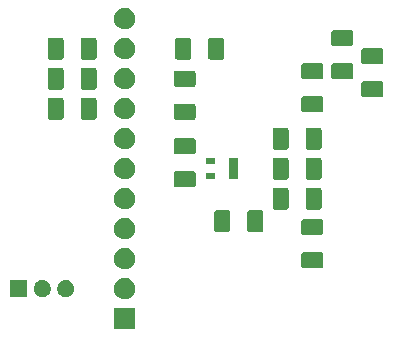
<source format=gbr>
G04 #@! TF.GenerationSoftware,KiCad,Pcbnew,(5.1.5)-3*
G04 #@! TF.CreationDate,2020-03-14T15:22:24+01:00*
G04 #@! TF.ProjectId,SesnorBoard,5365736e-6f72-4426-9f61-72642e6b6963,rev?*
G04 #@! TF.SameCoordinates,Original*
G04 #@! TF.FileFunction,Soldermask,Bot*
G04 #@! TF.FilePolarity,Negative*
%FSLAX46Y46*%
G04 Gerber Fmt 4.6, Leading zero omitted, Abs format (unit mm)*
G04 Created by KiCad (PCBNEW (5.1.5)-3) date 2020-03-14 15:22:24*
%MOMM*%
%LPD*%
G04 APERTURE LIST*
%ADD10C,0.100000*%
G04 APERTURE END LIST*
D10*
G36*
X58051000Y284214000D02*
G01*
X56249000Y284214000D01*
X56249000Y286016000D01*
X58051000Y286016000D01*
X58051000Y284214000D01*
G37*
G36*
X57263512Y288551073D02*
G01*
X57412812Y288521376D01*
X57576784Y288453456D01*
X57724354Y288354853D01*
X57849853Y288229354D01*
X57948456Y288081784D01*
X58016376Y287917812D01*
X58051000Y287743741D01*
X58051000Y287566259D01*
X58016376Y287392188D01*
X57948456Y287228216D01*
X57849853Y287080646D01*
X57724354Y286955147D01*
X57576784Y286856544D01*
X57412812Y286788624D01*
X57263512Y286758927D01*
X57238742Y286754000D01*
X57061258Y286754000D01*
X57036488Y286758927D01*
X56887188Y286788624D01*
X56723216Y286856544D01*
X56575646Y286955147D01*
X56450147Y287080646D01*
X56351544Y287228216D01*
X56283624Y287392188D01*
X56249000Y287566259D01*
X56249000Y287743741D01*
X56283624Y287917812D01*
X56351544Y288081784D01*
X56450147Y288229354D01*
X56575646Y288354853D01*
X56723216Y288453456D01*
X56887188Y288521376D01*
X57036488Y288551073D01*
X57061258Y288556000D01*
X57238742Y288556000D01*
X57263512Y288551073D01*
G37*
G36*
X50376766Y288353101D02*
G01*
X50508888Y288298374D01*
X50508890Y288298373D01*
X50627798Y288218921D01*
X50728921Y288117798D01*
X50728922Y288117796D01*
X50808374Y287998888D01*
X50863101Y287866766D01*
X50891000Y287726506D01*
X50891000Y287583494D01*
X50863101Y287443234D01*
X50808374Y287311112D01*
X50808373Y287311110D01*
X50728921Y287192202D01*
X50627798Y287091079D01*
X50508890Y287011627D01*
X50508889Y287011626D01*
X50508888Y287011626D01*
X50376766Y286956899D01*
X50236506Y286929000D01*
X50093494Y286929000D01*
X49953234Y286956899D01*
X49821112Y287011626D01*
X49821111Y287011626D01*
X49821110Y287011627D01*
X49702202Y287091079D01*
X49601079Y287192202D01*
X49521627Y287311110D01*
X49521626Y287311112D01*
X49466899Y287443234D01*
X49439000Y287583494D01*
X49439000Y287726506D01*
X49466899Y287866766D01*
X49521626Y287998888D01*
X49601078Y288117796D01*
X49601079Y288117798D01*
X49702202Y288218921D01*
X49821110Y288298373D01*
X49821112Y288298374D01*
X49953234Y288353101D01*
X50093494Y288381000D01*
X50236506Y288381000D01*
X50376766Y288353101D01*
G37*
G36*
X52376766Y288353101D02*
G01*
X52508888Y288298374D01*
X52508890Y288298373D01*
X52627798Y288218921D01*
X52728921Y288117798D01*
X52728922Y288117796D01*
X52808374Y287998888D01*
X52863101Y287866766D01*
X52891000Y287726506D01*
X52891000Y287583494D01*
X52863101Y287443234D01*
X52808374Y287311112D01*
X52808373Y287311110D01*
X52728921Y287192202D01*
X52627798Y287091079D01*
X52508890Y287011627D01*
X52508889Y287011626D01*
X52508888Y287011626D01*
X52376766Y286956899D01*
X52236506Y286929000D01*
X52093494Y286929000D01*
X51953234Y286956899D01*
X51821112Y287011626D01*
X51821111Y287011626D01*
X51821110Y287011627D01*
X51702202Y287091079D01*
X51601079Y287192202D01*
X51521627Y287311110D01*
X51521626Y287311112D01*
X51466899Y287443234D01*
X51439000Y287583494D01*
X51439000Y287726506D01*
X51466899Y287866766D01*
X51521626Y287998888D01*
X51601078Y288117796D01*
X51601079Y288117798D01*
X51702202Y288218921D01*
X51821110Y288298373D01*
X51821112Y288298374D01*
X51953234Y288353101D01*
X52093494Y288381000D01*
X52236506Y288381000D01*
X52376766Y288353101D01*
G37*
G36*
X48891000Y286929000D02*
G01*
X47439000Y286929000D01*
X47439000Y288381000D01*
X48891000Y288381000D01*
X48891000Y286929000D01*
G37*
G36*
X57263512Y291091073D02*
G01*
X57412812Y291061376D01*
X57576784Y290993456D01*
X57724354Y290894853D01*
X57849853Y290769354D01*
X57948456Y290621784D01*
X58016376Y290457812D01*
X58051000Y290283741D01*
X58051000Y290106259D01*
X58016376Y289932188D01*
X57948456Y289768216D01*
X57849853Y289620646D01*
X57724354Y289495147D01*
X57576784Y289396544D01*
X57412812Y289328624D01*
X57263512Y289298927D01*
X57238742Y289294000D01*
X57061258Y289294000D01*
X57036488Y289298927D01*
X56887188Y289328624D01*
X56723216Y289396544D01*
X56575646Y289495147D01*
X56450147Y289620646D01*
X56351544Y289768216D01*
X56283624Y289932188D01*
X56249000Y290106259D01*
X56249000Y290283741D01*
X56283624Y290457812D01*
X56351544Y290621784D01*
X56450147Y290769354D01*
X56575646Y290894853D01*
X56723216Y290993456D01*
X56887188Y291061376D01*
X57036488Y291091073D01*
X57061258Y291096000D01*
X57238742Y291096000D01*
X57263512Y291091073D01*
G37*
G36*
X73793604Y290736653D02*
G01*
X73830144Y290725568D01*
X73863821Y290707567D01*
X73893341Y290683341D01*
X73917567Y290653821D01*
X73935568Y290620144D01*
X73946653Y290583604D01*
X73951000Y290539462D01*
X73951000Y289590538D01*
X73946653Y289546396D01*
X73935568Y289509856D01*
X73917567Y289476179D01*
X73893341Y289446659D01*
X73863821Y289422433D01*
X73830144Y289404432D01*
X73793604Y289393347D01*
X73749462Y289389000D01*
X72300538Y289389000D01*
X72256396Y289393347D01*
X72219856Y289404432D01*
X72186179Y289422433D01*
X72156659Y289446659D01*
X72132433Y289476179D01*
X72114432Y289509856D01*
X72103347Y289546396D01*
X72099000Y289590538D01*
X72099000Y290539462D01*
X72103347Y290583604D01*
X72114432Y290620144D01*
X72132433Y290653821D01*
X72156659Y290683341D01*
X72186179Y290707567D01*
X72219856Y290725568D01*
X72256396Y290736653D01*
X72300538Y290741000D01*
X73749462Y290741000D01*
X73793604Y290736653D01*
G37*
G36*
X57263512Y293631073D02*
G01*
X57412812Y293601376D01*
X57576784Y293533456D01*
X57724354Y293434853D01*
X57849853Y293309354D01*
X57948456Y293161784D01*
X58016376Y292997812D01*
X58051000Y292823741D01*
X58051000Y292646259D01*
X58016376Y292472188D01*
X57948456Y292308216D01*
X57849853Y292160646D01*
X57724354Y292035147D01*
X57576784Y291936544D01*
X57412812Y291868624D01*
X57263512Y291838927D01*
X57238742Y291834000D01*
X57061258Y291834000D01*
X57036488Y291838927D01*
X56887188Y291868624D01*
X56723216Y291936544D01*
X56575646Y292035147D01*
X56450147Y292160646D01*
X56351544Y292308216D01*
X56283624Y292472188D01*
X56249000Y292646259D01*
X56249000Y292823741D01*
X56283624Y292997812D01*
X56351544Y293161784D01*
X56450147Y293309354D01*
X56575646Y293434853D01*
X56723216Y293533456D01*
X56887188Y293601376D01*
X57036488Y293631073D01*
X57061258Y293636000D01*
X57238742Y293636000D01*
X57263512Y293631073D01*
G37*
G36*
X73793604Y293536653D02*
G01*
X73830144Y293525568D01*
X73863821Y293507567D01*
X73893341Y293483341D01*
X73917567Y293453821D01*
X73935568Y293420144D01*
X73946653Y293383604D01*
X73951000Y293339462D01*
X73951000Y292390538D01*
X73946653Y292346396D01*
X73935568Y292309856D01*
X73917567Y292276179D01*
X73893341Y292246659D01*
X73863821Y292222433D01*
X73830144Y292204432D01*
X73793604Y292193347D01*
X73749462Y292189000D01*
X72300538Y292189000D01*
X72256396Y292193347D01*
X72219856Y292204432D01*
X72186179Y292222433D01*
X72156659Y292246659D01*
X72132433Y292276179D01*
X72114432Y292309856D01*
X72103347Y292346396D01*
X72099000Y292390538D01*
X72099000Y293339462D01*
X72103347Y293383604D01*
X72114432Y293420144D01*
X72132433Y293453821D01*
X72156659Y293483341D01*
X72186179Y293507567D01*
X72219856Y293525568D01*
X72256396Y293536653D01*
X72300538Y293541000D01*
X73749462Y293541000D01*
X73793604Y293536653D01*
G37*
G36*
X68723604Y294291653D02*
G01*
X68760144Y294280568D01*
X68793821Y294262567D01*
X68823341Y294238341D01*
X68847567Y294208821D01*
X68865568Y294175144D01*
X68876653Y294138604D01*
X68881000Y294094462D01*
X68881000Y292645538D01*
X68876653Y292601396D01*
X68865568Y292564856D01*
X68847567Y292531179D01*
X68823341Y292501659D01*
X68793821Y292477433D01*
X68760144Y292459432D01*
X68723604Y292448347D01*
X68679462Y292444000D01*
X67730538Y292444000D01*
X67686396Y292448347D01*
X67649856Y292459432D01*
X67616179Y292477433D01*
X67586659Y292501659D01*
X67562433Y292531179D01*
X67544432Y292564856D01*
X67533347Y292601396D01*
X67529000Y292645538D01*
X67529000Y294094462D01*
X67533347Y294138604D01*
X67544432Y294175144D01*
X67562433Y294208821D01*
X67586659Y294238341D01*
X67616179Y294262567D01*
X67649856Y294280568D01*
X67686396Y294291653D01*
X67730538Y294296000D01*
X68679462Y294296000D01*
X68723604Y294291653D01*
G37*
G36*
X65923604Y294291653D02*
G01*
X65960144Y294280568D01*
X65993821Y294262567D01*
X66023341Y294238341D01*
X66047567Y294208821D01*
X66065568Y294175144D01*
X66076653Y294138604D01*
X66081000Y294094462D01*
X66081000Y292645538D01*
X66076653Y292601396D01*
X66065568Y292564856D01*
X66047567Y292531179D01*
X66023341Y292501659D01*
X65993821Y292477433D01*
X65960144Y292459432D01*
X65923604Y292448347D01*
X65879462Y292444000D01*
X64930538Y292444000D01*
X64886396Y292448347D01*
X64849856Y292459432D01*
X64816179Y292477433D01*
X64786659Y292501659D01*
X64762433Y292531179D01*
X64744432Y292564856D01*
X64733347Y292601396D01*
X64729000Y292645538D01*
X64729000Y294094462D01*
X64733347Y294138604D01*
X64744432Y294175144D01*
X64762433Y294208821D01*
X64786659Y294238341D01*
X64816179Y294262567D01*
X64849856Y294280568D01*
X64886396Y294291653D01*
X64930538Y294296000D01*
X65879462Y294296000D01*
X65923604Y294291653D01*
G37*
G36*
X70873604Y296196653D02*
G01*
X70910144Y296185568D01*
X70943821Y296167567D01*
X70973341Y296143341D01*
X70997567Y296113821D01*
X71015568Y296080144D01*
X71026653Y296043604D01*
X71031000Y295999462D01*
X71031000Y294550538D01*
X71026653Y294506396D01*
X71015568Y294469856D01*
X70997567Y294436179D01*
X70973341Y294406659D01*
X70943821Y294382433D01*
X70910144Y294364432D01*
X70873604Y294353347D01*
X70829462Y294349000D01*
X69880538Y294349000D01*
X69836396Y294353347D01*
X69799856Y294364432D01*
X69766179Y294382433D01*
X69736659Y294406659D01*
X69712433Y294436179D01*
X69694432Y294469856D01*
X69683347Y294506396D01*
X69679000Y294550538D01*
X69679000Y295999462D01*
X69683347Y296043604D01*
X69694432Y296080144D01*
X69712433Y296113821D01*
X69736659Y296143341D01*
X69766179Y296167567D01*
X69799856Y296185568D01*
X69836396Y296196653D01*
X69880538Y296201000D01*
X70829462Y296201000D01*
X70873604Y296196653D01*
G37*
G36*
X73673604Y296196653D02*
G01*
X73710144Y296185568D01*
X73743821Y296167567D01*
X73773341Y296143341D01*
X73797567Y296113821D01*
X73815568Y296080144D01*
X73826653Y296043604D01*
X73831000Y295999462D01*
X73831000Y294550538D01*
X73826653Y294506396D01*
X73815568Y294469856D01*
X73797567Y294436179D01*
X73773341Y294406659D01*
X73743821Y294382433D01*
X73710144Y294364432D01*
X73673604Y294353347D01*
X73629462Y294349000D01*
X72680538Y294349000D01*
X72636396Y294353347D01*
X72599856Y294364432D01*
X72566179Y294382433D01*
X72536659Y294406659D01*
X72512433Y294436179D01*
X72494432Y294469856D01*
X72483347Y294506396D01*
X72479000Y294550538D01*
X72479000Y295999462D01*
X72483347Y296043604D01*
X72494432Y296080144D01*
X72512433Y296113821D01*
X72536659Y296143341D01*
X72566179Y296167567D01*
X72599856Y296185568D01*
X72636396Y296196653D01*
X72680538Y296201000D01*
X73629462Y296201000D01*
X73673604Y296196653D01*
G37*
G36*
X57263512Y296171073D02*
G01*
X57412812Y296141376D01*
X57576784Y296073456D01*
X57724354Y295974853D01*
X57849853Y295849354D01*
X57948456Y295701784D01*
X58016376Y295537812D01*
X58051000Y295363741D01*
X58051000Y295186259D01*
X58016376Y295012188D01*
X57948456Y294848216D01*
X57849853Y294700646D01*
X57724354Y294575147D01*
X57576784Y294476544D01*
X57412812Y294408624D01*
X57263512Y294378927D01*
X57238742Y294374000D01*
X57061258Y294374000D01*
X57036488Y294378927D01*
X56887188Y294408624D01*
X56723216Y294476544D01*
X56575646Y294575147D01*
X56450147Y294700646D01*
X56351544Y294848216D01*
X56283624Y295012188D01*
X56249000Y295186259D01*
X56249000Y295363741D01*
X56283624Y295537812D01*
X56351544Y295701784D01*
X56450147Y295849354D01*
X56575646Y295974853D01*
X56723216Y296073456D01*
X56887188Y296141376D01*
X57036488Y296171073D01*
X57061258Y296176000D01*
X57238742Y296176000D01*
X57263512Y296171073D01*
G37*
G36*
X62998604Y297591653D02*
G01*
X63035144Y297580568D01*
X63068821Y297562567D01*
X63098341Y297538341D01*
X63122567Y297508821D01*
X63140568Y297475144D01*
X63151653Y297438604D01*
X63156000Y297394462D01*
X63156000Y296445538D01*
X63151653Y296401396D01*
X63140568Y296364856D01*
X63122567Y296331179D01*
X63098341Y296301659D01*
X63068821Y296277433D01*
X63035144Y296259432D01*
X62998604Y296248347D01*
X62954462Y296244000D01*
X61505538Y296244000D01*
X61461396Y296248347D01*
X61424856Y296259432D01*
X61391179Y296277433D01*
X61361659Y296301659D01*
X61337433Y296331179D01*
X61319432Y296364856D01*
X61308347Y296401396D01*
X61304000Y296445538D01*
X61304000Y297394462D01*
X61308347Y297438604D01*
X61319432Y297475144D01*
X61337433Y297508821D01*
X61361659Y297538341D01*
X61391179Y297562567D01*
X61424856Y297580568D01*
X61461396Y297591653D01*
X61505538Y297596000D01*
X62954462Y297596000D01*
X62998604Y297591653D01*
G37*
G36*
X73673604Y298736653D02*
G01*
X73710144Y298725568D01*
X73743821Y298707567D01*
X73773341Y298683341D01*
X73797567Y298653821D01*
X73815568Y298620144D01*
X73826653Y298583604D01*
X73831000Y298539462D01*
X73831000Y297090538D01*
X73826653Y297046396D01*
X73815568Y297009856D01*
X73797567Y296976179D01*
X73773341Y296946659D01*
X73743821Y296922433D01*
X73710144Y296904432D01*
X73673604Y296893347D01*
X73629462Y296889000D01*
X72680538Y296889000D01*
X72636396Y296893347D01*
X72599856Y296904432D01*
X72566179Y296922433D01*
X72536659Y296946659D01*
X72512433Y296976179D01*
X72494432Y297009856D01*
X72483347Y297046396D01*
X72479000Y297090538D01*
X72479000Y298539462D01*
X72483347Y298583604D01*
X72494432Y298620144D01*
X72512433Y298653821D01*
X72536659Y298683341D01*
X72566179Y298707567D01*
X72599856Y298725568D01*
X72636396Y298736653D01*
X72680538Y298741000D01*
X73629462Y298741000D01*
X73673604Y298736653D01*
G37*
G36*
X70873604Y298736653D02*
G01*
X70910144Y298725568D01*
X70943821Y298707567D01*
X70973341Y298683341D01*
X70997567Y298653821D01*
X71015568Y298620144D01*
X71026653Y298583604D01*
X71031000Y298539462D01*
X71031000Y297090538D01*
X71026653Y297046396D01*
X71015568Y297009856D01*
X70997567Y296976179D01*
X70973341Y296946659D01*
X70943821Y296922433D01*
X70910144Y296904432D01*
X70873604Y296893347D01*
X70829462Y296889000D01*
X69880538Y296889000D01*
X69836396Y296893347D01*
X69799856Y296904432D01*
X69766179Y296922433D01*
X69736659Y296946659D01*
X69712433Y296976179D01*
X69694432Y297009856D01*
X69683347Y297046396D01*
X69679000Y297090538D01*
X69679000Y298539462D01*
X69683347Y298583604D01*
X69694432Y298620144D01*
X69712433Y298653821D01*
X69736659Y298683341D01*
X69766179Y298707567D01*
X69799856Y298725568D01*
X69836396Y298736653D01*
X69880538Y298741000D01*
X70829462Y298741000D01*
X70873604Y298736653D01*
G37*
G36*
X57263512Y298711073D02*
G01*
X57412812Y298681376D01*
X57576784Y298613456D01*
X57724354Y298514853D01*
X57849853Y298389354D01*
X57948456Y298241784D01*
X58016376Y298077812D01*
X58051000Y297903741D01*
X58051000Y297726259D01*
X58016376Y297552188D01*
X57948456Y297388216D01*
X57849853Y297240646D01*
X57724354Y297115147D01*
X57576784Y297016544D01*
X57412812Y296948624D01*
X57263512Y296918927D01*
X57238742Y296914000D01*
X57061258Y296914000D01*
X57036488Y296918927D01*
X56887188Y296948624D01*
X56723216Y297016544D01*
X56575646Y297115147D01*
X56450147Y297240646D01*
X56351544Y297388216D01*
X56283624Y297552188D01*
X56249000Y297726259D01*
X56249000Y297903741D01*
X56283624Y298077812D01*
X56351544Y298241784D01*
X56450147Y298389354D01*
X56575646Y298514853D01*
X56723216Y298613456D01*
X56887188Y298681376D01*
X57036488Y298711073D01*
X57061258Y298716000D01*
X57238742Y298716000D01*
X57263512Y298711073D01*
G37*
G36*
X64831000Y296914000D02*
G01*
X64079000Y296914000D01*
X64079000Y297416000D01*
X64831000Y297416000D01*
X64831000Y296914000D01*
G37*
G36*
X66731000Y296914000D02*
G01*
X65979000Y296914000D01*
X65979000Y298716000D01*
X66731000Y298716000D01*
X66731000Y296914000D01*
G37*
G36*
X64831000Y298214000D02*
G01*
X64079000Y298214000D01*
X64079000Y298716000D01*
X64831000Y298716000D01*
X64831000Y298214000D01*
G37*
G36*
X62998604Y300391653D02*
G01*
X63035144Y300380568D01*
X63068821Y300362567D01*
X63098341Y300338341D01*
X63122567Y300308821D01*
X63140568Y300275144D01*
X63151653Y300238604D01*
X63156000Y300194462D01*
X63156000Y299245538D01*
X63151653Y299201396D01*
X63140568Y299164856D01*
X63122567Y299131179D01*
X63098341Y299101659D01*
X63068821Y299077433D01*
X63035144Y299059432D01*
X62998604Y299048347D01*
X62954462Y299044000D01*
X61505538Y299044000D01*
X61461396Y299048347D01*
X61424856Y299059432D01*
X61391179Y299077433D01*
X61361659Y299101659D01*
X61337433Y299131179D01*
X61319432Y299164856D01*
X61308347Y299201396D01*
X61304000Y299245538D01*
X61304000Y300194462D01*
X61308347Y300238604D01*
X61319432Y300275144D01*
X61337433Y300308821D01*
X61361659Y300338341D01*
X61391179Y300362567D01*
X61424856Y300380568D01*
X61461396Y300391653D01*
X61505538Y300396000D01*
X62954462Y300396000D01*
X62998604Y300391653D01*
G37*
G36*
X70873604Y301276653D02*
G01*
X70910144Y301265568D01*
X70943821Y301247567D01*
X70973341Y301223341D01*
X70997567Y301193821D01*
X71015568Y301160144D01*
X71026653Y301123604D01*
X71031000Y301079462D01*
X71031000Y299630538D01*
X71026653Y299586396D01*
X71015568Y299549856D01*
X70997567Y299516179D01*
X70973341Y299486659D01*
X70943821Y299462433D01*
X70910144Y299444432D01*
X70873604Y299433347D01*
X70829462Y299429000D01*
X69880538Y299429000D01*
X69836396Y299433347D01*
X69799856Y299444432D01*
X69766179Y299462433D01*
X69736659Y299486659D01*
X69712433Y299516179D01*
X69694432Y299549856D01*
X69683347Y299586396D01*
X69679000Y299630538D01*
X69679000Y301079462D01*
X69683347Y301123604D01*
X69694432Y301160144D01*
X69712433Y301193821D01*
X69736659Y301223341D01*
X69766179Y301247567D01*
X69799856Y301265568D01*
X69836396Y301276653D01*
X69880538Y301281000D01*
X70829462Y301281000D01*
X70873604Y301276653D01*
G37*
G36*
X73673604Y301276653D02*
G01*
X73710144Y301265568D01*
X73743821Y301247567D01*
X73773341Y301223341D01*
X73797567Y301193821D01*
X73815568Y301160144D01*
X73826653Y301123604D01*
X73831000Y301079462D01*
X73831000Y299630538D01*
X73826653Y299586396D01*
X73815568Y299549856D01*
X73797567Y299516179D01*
X73773341Y299486659D01*
X73743821Y299462433D01*
X73710144Y299444432D01*
X73673604Y299433347D01*
X73629462Y299429000D01*
X72680538Y299429000D01*
X72636396Y299433347D01*
X72599856Y299444432D01*
X72566179Y299462433D01*
X72536659Y299486659D01*
X72512433Y299516179D01*
X72494432Y299549856D01*
X72483347Y299586396D01*
X72479000Y299630538D01*
X72479000Y301079462D01*
X72483347Y301123604D01*
X72494432Y301160144D01*
X72512433Y301193821D01*
X72536659Y301223341D01*
X72566179Y301247567D01*
X72599856Y301265568D01*
X72636396Y301276653D01*
X72680538Y301281000D01*
X73629462Y301281000D01*
X73673604Y301276653D01*
G37*
G36*
X57263512Y301251073D02*
G01*
X57412812Y301221376D01*
X57576784Y301153456D01*
X57724354Y301054853D01*
X57849853Y300929354D01*
X57948456Y300781784D01*
X58016376Y300617812D01*
X58051000Y300443741D01*
X58051000Y300266259D01*
X58016376Y300092188D01*
X57948456Y299928216D01*
X57849853Y299780646D01*
X57724354Y299655147D01*
X57576784Y299556544D01*
X57412812Y299488624D01*
X57263512Y299458927D01*
X57238742Y299454000D01*
X57061258Y299454000D01*
X57036488Y299458927D01*
X56887188Y299488624D01*
X56723216Y299556544D01*
X56575646Y299655147D01*
X56450147Y299780646D01*
X56351544Y299928216D01*
X56283624Y300092188D01*
X56249000Y300266259D01*
X56249000Y300443741D01*
X56283624Y300617812D01*
X56351544Y300781784D01*
X56450147Y300929354D01*
X56575646Y301054853D01*
X56723216Y301153456D01*
X56887188Y301221376D01*
X57036488Y301251073D01*
X57061258Y301256000D01*
X57238742Y301256000D01*
X57263512Y301251073D01*
G37*
G36*
X62998604Y303306653D02*
G01*
X63035144Y303295568D01*
X63068821Y303277567D01*
X63098341Y303253341D01*
X63122567Y303223821D01*
X63140568Y303190144D01*
X63151653Y303153604D01*
X63156000Y303109462D01*
X63156000Y302160538D01*
X63151653Y302116396D01*
X63140568Y302079856D01*
X63122567Y302046179D01*
X63098341Y302016659D01*
X63068821Y301992433D01*
X63035144Y301974432D01*
X62998604Y301963347D01*
X62954462Y301959000D01*
X61505538Y301959000D01*
X61461396Y301963347D01*
X61424856Y301974432D01*
X61391179Y301992433D01*
X61361659Y302016659D01*
X61337433Y302046179D01*
X61319432Y302079856D01*
X61308347Y302116396D01*
X61304000Y302160538D01*
X61304000Y303109462D01*
X61308347Y303153604D01*
X61319432Y303190144D01*
X61337433Y303223821D01*
X61361659Y303253341D01*
X61391179Y303277567D01*
X61424856Y303295568D01*
X61461396Y303306653D01*
X61505538Y303311000D01*
X62954462Y303311000D01*
X62998604Y303306653D01*
G37*
G36*
X54623604Y303816653D02*
G01*
X54660144Y303805568D01*
X54693821Y303787567D01*
X54723341Y303763341D01*
X54747567Y303733821D01*
X54765568Y303700144D01*
X54776653Y303663604D01*
X54781000Y303619462D01*
X54781000Y302170538D01*
X54776653Y302126396D01*
X54765568Y302089856D01*
X54747567Y302056179D01*
X54723341Y302026659D01*
X54693821Y302002433D01*
X54660144Y301984432D01*
X54623604Y301973347D01*
X54579462Y301969000D01*
X53630538Y301969000D01*
X53586396Y301973347D01*
X53549856Y301984432D01*
X53516179Y302002433D01*
X53486659Y302026659D01*
X53462433Y302056179D01*
X53444432Y302089856D01*
X53433347Y302126396D01*
X53429000Y302170538D01*
X53429000Y303619462D01*
X53433347Y303663604D01*
X53444432Y303700144D01*
X53462433Y303733821D01*
X53486659Y303763341D01*
X53516179Y303787567D01*
X53549856Y303805568D01*
X53586396Y303816653D01*
X53630538Y303821000D01*
X54579462Y303821000D01*
X54623604Y303816653D01*
G37*
G36*
X51823604Y303816653D02*
G01*
X51860144Y303805568D01*
X51893821Y303787567D01*
X51923341Y303763341D01*
X51947567Y303733821D01*
X51965568Y303700144D01*
X51976653Y303663604D01*
X51981000Y303619462D01*
X51981000Y302170538D01*
X51976653Y302126396D01*
X51965568Y302089856D01*
X51947567Y302056179D01*
X51923341Y302026659D01*
X51893821Y302002433D01*
X51860144Y301984432D01*
X51823604Y301973347D01*
X51779462Y301969000D01*
X50830538Y301969000D01*
X50786396Y301973347D01*
X50749856Y301984432D01*
X50716179Y302002433D01*
X50686659Y302026659D01*
X50662433Y302056179D01*
X50644432Y302089856D01*
X50633347Y302126396D01*
X50629000Y302170538D01*
X50629000Y303619462D01*
X50633347Y303663604D01*
X50644432Y303700144D01*
X50662433Y303733821D01*
X50686659Y303763341D01*
X50716179Y303787567D01*
X50749856Y303805568D01*
X50786396Y303816653D01*
X50830538Y303821000D01*
X51779462Y303821000D01*
X51823604Y303816653D01*
G37*
G36*
X57263512Y303791073D02*
G01*
X57412812Y303761376D01*
X57576784Y303693456D01*
X57724354Y303594853D01*
X57849853Y303469354D01*
X57948456Y303321784D01*
X58016376Y303157812D01*
X58051000Y302983741D01*
X58051000Y302806259D01*
X58016376Y302632188D01*
X57948456Y302468216D01*
X57849853Y302320646D01*
X57724354Y302195147D01*
X57576784Y302096544D01*
X57412812Y302028624D01*
X57263512Y301998927D01*
X57238742Y301994000D01*
X57061258Y301994000D01*
X57036488Y301998927D01*
X56887188Y302028624D01*
X56723216Y302096544D01*
X56575646Y302195147D01*
X56450147Y302320646D01*
X56351544Y302468216D01*
X56283624Y302632188D01*
X56249000Y302806259D01*
X56249000Y302983741D01*
X56283624Y303157812D01*
X56351544Y303321784D01*
X56450147Y303469354D01*
X56575646Y303594853D01*
X56723216Y303693456D01*
X56887188Y303761376D01*
X57036488Y303791073D01*
X57061258Y303796000D01*
X57238742Y303796000D01*
X57263512Y303791073D01*
G37*
G36*
X73793604Y303941653D02*
G01*
X73830144Y303930568D01*
X73863821Y303912567D01*
X73893341Y303888341D01*
X73917567Y303858821D01*
X73935568Y303825144D01*
X73946653Y303788604D01*
X73951000Y303744462D01*
X73951000Y302795538D01*
X73946653Y302751396D01*
X73935568Y302714856D01*
X73917567Y302681179D01*
X73893341Y302651659D01*
X73863821Y302627433D01*
X73830144Y302609432D01*
X73793604Y302598347D01*
X73749462Y302594000D01*
X72300538Y302594000D01*
X72256396Y302598347D01*
X72219856Y302609432D01*
X72186179Y302627433D01*
X72156659Y302651659D01*
X72132433Y302681179D01*
X72114432Y302714856D01*
X72103347Y302751396D01*
X72099000Y302795538D01*
X72099000Y303744462D01*
X72103347Y303788604D01*
X72114432Y303825144D01*
X72132433Y303858821D01*
X72156659Y303888341D01*
X72186179Y303912567D01*
X72219856Y303930568D01*
X72256396Y303941653D01*
X72300538Y303946000D01*
X73749462Y303946000D01*
X73793604Y303941653D01*
G37*
G36*
X78873604Y305211653D02*
G01*
X78910144Y305200568D01*
X78943821Y305182567D01*
X78973341Y305158341D01*
X78997567Y305128821D01*
X79015568Y305095144D01*
X79026653Y305058604D01*
X79031000Y305014462D01*
X79031000Y304065538D01*
X79026653Y304021396D01*
X79015568Y303984856D01*
X78997567Y303951179D01*
X78973341Y303921659D01*
X78943821Y303897433D01*
X78910144Y303879432D01*
X78873604Y303868347D01*
X78829462Y303864000D01*
X77380538Y303864000D01*
X77336396Y303868347D01*
X77299856Y303879432D01*
X77266179Y303897433D01*
X77236659Y303921659D01*
X77212433Y303951179D01*
X77194432Y303984856D01*
X77183347Y304021396D01*
X77179000Y304065538D01*
X77179000Y305014462D01*
X77183347Y305058604D01*
X77194432Y305095144D01*
X77212433Y305128821D01*
X77236659Y305158341D01*
X77266179Y305182567D01*
X77299856Y305200568D01*
X77336396Y305211653D01*
X77380538Y305216000D01*
X78829462Y305216000D01*
X78873604Y305211653D01*
G37*
G36*
X54623604Y306356653D02*
G01*
X54660144Y306345568D01*
X54693821Y306327567D01*
X54723341Y306303341D01*
X54747567Y306273821D01*
X54765568Y306240144D01*
X54776653Y306203604D01*
X54781000Y306159462D01*
X54781000Y304710538D01*
X54776653Y304666396D01*
X54765568Y304629856D01*
X54747567Y304596179D01*
X54723341Y304566659D01*
X54693821Y304542433D01*
X54660144Y304524432D01*
X54623604Y304513347D01*
X54579462Y304509000D01*
X53630538Y304509000D01*
X53586396Y304513347D01*
X53549856Y304524432D01*
X53516179Y304542433D01*
X53486659Y304566659D01*
X53462433Y304596179D01*
X53444432Y304629856D01*
X53433347Y304666396D01*
X53429000Y304710538D01*
X53429000Y306159462D01*
X53433347Y306203604D01*
X53444432Y306240144D01*
X53462433Y306273821D01*
X53486659Y306303341D01*
X53516179Y306327567D01*
X53549856Y306345568D01*
X53586396Y306356653D01*
X53630538Y306361000D01*
X54579462Y306361000D01*
X54623604Y306356653D01*
G37*
G36*
X51823604Y306356653D02*
G01*
X51860144Y306345568D01*
X51893821Y306327567D01*
X51923341Y306303341D01*
X51947567Y306273821D01*
X51965568Y306240144D01*
X51976653Y306203604D01*
X51981000Y306159462D01*
X51981000Y304710538D01*
X51976653Y304666396D01*
X51965568Y304629856D01*
X51947567Y304596179D01*
X51923341Y304566659D01*
X51893821Y304542433D01*
X51860144Y304524432D01*
X51823604Y304513347D01*
X51779462Y304509000D01*
X50830538Y304509000D01*
X50786396Y304513347D01*
X50749856Y304524432D01*
X50716179Y304542433D01*
X50686659Y304566659D01*
X50662433Y304596179D01*
X50644432Y304629856D01*
X50633347Y304666396D01*
X50629000Y304710538D01*
X50629000Y306159462D01*
X50633347Y306203604D01*
X50644432Y306240144D01*
X50662433Y306273821D01*
X50686659Y306303341D01*
X50716179Y306327567D01*
X50749856Y306345568D01*
X50786396Y306356653D01*
X50830538Y306361000D01*
X51779462Y306361000D01*
X51823604Y306356653D01*
G37*
G36*
X57263512Y306331073D02*
G01*
X57412812Y306301376D01*
X57576784Y306233456D01*
X57724354Y306134853D01*
X57849853Y306009354D01*
X57948456Y305861784D01*
X58016376Y305697812D01*
X58051000Y305523741D01*
X58051000Y305346259D01*
X58016376Y305172188D01*
X57948456Y305008216D01*
X57849853Y304860646D01*
X57724354Y304735147D01*
X57576784Y304636544D01*
X57412812Y304568624D01*
X57263512Y304538927D01*
X57238742Y304534000D01*
X57061258Y304534000D01*
X57036488Y304538927D01*
X56887188Y304568624D01*
X56723216Y304636544D01*
X56575646Y304735147D01*
X56450147Y304860646D01*
X56351544Y305008216D01*
X56283624Y305172188D01*
X56249000Y305346259D01*
X56249000Y305523741D01*
X56283624Y305697812D01*
X56351544Y305861784D01*
X56450147Y306009354D01*
X56575646Y306134853D01*
X56723216Y306233456D01*
X56887188Y306301376D01*
X57036488Y306331073D01*
X57061258Y306336000D01*
X57238742Y306336000D01*
X57263512Y306331073D01*
G37*
G36*
X62998604Y306106653D02*
G01*
X63035144Y306095568D01*
X63068821Y306077567D01*
X63098341Y306053341D01*
X63122567Y306023821D01*
X63140568Y305990144D01*
X63151653Y305953604D01*
X63156000Y305909462D01*
X63156000Y304960538D01*
X63151653Y304916396D01*
X63140568Y304879856D01*
X63122567Y304846179D01*
X63098341Y304816659D01*
X63068821Y304792433D01*
X63035144Y304774432D01*
X62998604Y304763347D01*
X62954462Y304759000D01*
X61505538Y304759000D01*
X61461396Y304763347D01*
X61424856Y304774432D01*
X61391179Y304792433D01*
X61361659Y304816659D01*
X61337433Y304846179D01*
X61319432Y304879856D01*
X61308347Y304916396D01*
X61304000Y304960538D01*
X61304000Y305909462D01*
X61308347Y305953604D01*
X61319432Y305990144D01*
X61337433Y306023821D01*
X61361659Y306053341D01*
X61391179Y306077567D01*
X61424856Y306095568D01*
X61461396Y306106653D01*
X61505538Y306111000D01*
X62954462Y306111000D01*
X62998604Y306106653D01*
G37*
G36*
X73793604Y306741653D02*
G01*
X73830144Y306730568D01*
X73863821Y306712567D01*
X73893341Y306688341D01*
X73917567Y306658821D01*
X73935568Y306625144D01*
X73946653Y306588604D01*
X73951000Y306544462D01*
X73951000Y305595538D01*
X73946653Y305551396D01*
X73935568Y305514856D01*
X73917567Y305481179D01*
X73893341Y305451659D01*
X73863821Y305427433D01*
X73830144Y305409432D01*
X73793604Y305398347D01*
X73749462Y305394000D01*
X72300538Y305394000D01*
X72256396Y305398347D01*
X72219856Y305409432D01*
X72186179Y305427433D01*
X72156659Y305451659D01*
X72132433Y305481179D01*
X72114432Y305514856D01*
X72103347Y305551396D01*
X72099000Y305595538D01*
X72099000Y306544462D01*
X72103347Y306588604D01*
X72114432Y306625144D01*
X72132433Y306658821D01*
X72156659Y306688341D01*
X72186179Y306712567D01*
X72219856Y306730568D01*
X72256396Y306741653D01*
X72300538Y306746000D01*
X73749462Y306746000D01*
X73793604Y306741653D01*
G37*
G36*
X76333604Y306741653D02*
G01*
X76370144Y306730568D01*
X76403821Y306712567D01*
X76433341Y306688341D01*
X76457567Y306658821D01*
X76475568Y306625144D01*
X76486653Y306588604D01*
X76491000Y306544462D01*
X76491000Y305595538D01*
X76486653Y305551396D01*
X76475568Y305514856D01*
X76457567Y305481179D01*
X76433341Y305451659D01*
X76403821Y305427433D01*
X76370144Y305409432D01*
X76333604Y305398347D01*
X76289462Y305394000D01*
X74840538Y305394000D01*
X74796396Y305398347D01*
X74759856Y305409432D01*
X74726179Y305427433D01*
X74696659Y305451659D01*
X74672433Y305481179D01*
X74654432Y305514856D01*
X74643347Y305551396D01*
X74639000Y305595538D01*
X74639000Y306544462D01*
X74643347Y306588604D01*
X74654432Y306625144D01*
X74672433Y306658821D01*
X74696659Y306688341D01*
X74726179Y306712567D01*
X74759856Y306730568D01*
X74796396Y306741653D01*
X74840538Y306746000D01*
X76289462Y306746000D01*
X76333604Y306741653D01*
G37*
G36*
X78873604Y308011653D02*
G01*
X78910144Y308000568D01*
X78943821Y307982567D01*
X78973341Y307958341D01*
X78997567Y307928821D01*
X79015568Y307895144D01*
X79026653Y307858604D01*
X79031000Y307814462D01*
X79031000Y306865538D01*
X79026653Y306821396D01*
X79015568Y306784856D01*
X78997567Y306751179D01*
X78973341Y306721659D01*
X78943821Y306697433D01*
X78910144Y306679432D01*
X78873604Y306668347D01*
X78829462Y306664000D01*
X77380538Y306664000D01*
X77336396Y306668347D01*
X77299856Y306679432D01*
X77266179Y306697433D01*
X77236659Y306721659D01*
X77212433Y306751179D01*
X77194432Y306784856D01*
X77183347Y306821396D01*
X77179000Y306865538D01*
X77179000Y307814462D01*
X77183347Y307858604D01*
X77194432Y307895144D01*
X77212433Y307928821D01*
X77236659Y307958341D01*
X77266179Y307982567D01*
X77299856Y308000568D01*
X77336396Y308011653D01*
X77380538Y308016000D01*
X78829462Y308016000D01*
X78873604Y308011653D01*
G37*
G36*
X51823604Y308896653D02*
G01*
X51860144Y308885568D01*
X51893821Y308867567D01*
X51923341Y308843341D01*
X51947567Y308813821D01*
X51965568Y308780144D01*
X51976653Y308743604D01*
X51981000Y308699462D01*
X51981000Y307250538D01*
X51976653Y307206396D01*
X51965568Y307169856D01*
X51947567Y307136179D01*
X51923341Y307106659D01*
X51893821Y307082433D01*
X51860144Y307064432D01*
X51823604Y307053347D01*
X51779462Y307049000D01*
X50830538Y307049000D01*
X50786396Y307053347D01*
X50749856Y307064432D01*
X50716179Y307082433D01*
X50686659Y307106659D01*
X50662433Y307136179D01*
X50644432Y307169856D01*
X50633347Y307206396D01*
X50629000Y307250538D01*
X50629000Y308699462D01*
X50633347Y308743604D01*
X50644432Y308780144D01*
X50662433Y308813821D01*
X50686659Y308843341D01*
X50716179Y308867567D01*
X50749856Y308885568D01*
X50786396Y308896653D01*
X50830538Y308901000D01*
X51779462Y308901000D01*
X51823604Y308896653D01*
G37*
G36*
X62618604Y308896653D02*
G01*
X62655144Y308885568D01*
X62688821Y308867567D01*
X62718341Y308843341D01*
X62742567Y308813821D01*
X62760568Y308780144D01*
X62771653Y308743604D01*
X62776000Y308699462D01*
X62776000Y307250538D01*
X62771653Y307206396D01*
X62760568Y307169856D01*
X62742567Y307136179D01*
X62718341Y307106659D01*
X62688821Y307082433D01*
X62655144Y307064432D01*
X62618604Y307053347D01*
X62574462Y307049000D01*
X61625538Y307049000D01*
X61581396Y307053347D01*
X61544856Y307064432D01*
X61511179Y307082433D01*
X61481659Y307106659D01*
X61457433Y307136179D01*
X61439432Y307169856D01*
X61428347Y307206396D01*
X61424000Y307250538D01*
X61424000Y308699462D01*
X61428347Y308743604D01*
X61439432Y308780144D01*
X61457433Y308813821D01*
X61481659Y308843341D01*
X61511179Y308867567D01*
X61544856Y308885568D01*
X61581396Y308896653D01*
X61625538Y308901000D01*
X62574462Y308901000D01*
X62618604Y308896653D01*
G37*
G36*
X65418604Y308896653D02*
G01*
X65455144Y308885568D01*
X65488821Y308867567D01*
X65518341Y308843341D01*
X65542567Y308813821D01*
X65560568Y308780144D01*
X65571653Y308743604D01*
X65576000Y308699462D01*
X65576000Y307250538D01*
X65571653Y307206396D01*
X65560568Y307169856D01*
X65542567Y307136179D01*
X65518341Y307106659D01*
X65488821Y307082433D01*
X65455144Y307064432D01*
X65418604Y307053347D01*
X65374462Y307049000D01*
X64425538Y307049000D01*
X64381396Y307053347D01*
X64344856Y307064432D01*
X64311179Y307082433D01*
X64281659Y307106659D01*
X64257433Y307136179D01*
X64239432Y307169856D01*
X64228347Y307206396D01*
X64224000Y307250538D01*
X64224000Y308699462D01*
X64228347Y308743604D01*
X64239432Y308780144D01*
X64257433Y308813821D01*
X64281659Y308843341D01*
X64311179Y308867567D01*
X64344856Y308885568D01*
X64381396Y308896653D01*
X64425538Y308901000D01*
X65374462Y308901000D01*
X65418604Y308896653D01*
G37*
G36*
X54623604Y308896653D02*
G01*
X54660144Y308885568D01*
X54693821Y308867567D01*
X54723341Y308843341D01*
X54747567Y308813821D01*
X54765568Y308780144D01*
X54776653Y308743604D01*
X54781000Y308699462D01*
X54781000Y307250538D01*
X54776653Y307206396D01*
X54765568Y307169856D01*
X54747567Y307136179D01*
X54723341Y307106659D01*
X54693821Y307082433D01*
X54660144Y307064432D01*
X54623604Y307053347D01*
X54579462Y307049000D01*
X53630538Y307049000D01*
X53586396Y307053347D01*
X53549856Y307064432D01*
X53516179Y307082433D01*
X53486659Y307106659D01*
X53462433Y307136179D01*
X53444432Y307169856D01*
X53433347Y307206396D01*
X53429000Y307250538D01*
X53429000Y308699462D01*
X53433347Y308743604D01*
X53444432Y308780144D01*
X53462433Y308813821D01*
X53486659Y308843341D01*
X53516179Y308867567D01*
X53549856Y308885568D01*
X53586396Y308896653D01*
X53630538Y308901000D01*
X54579462Y308901000D01*
X54623604Y308896653D01*
G37*
G36*
X57263512Y308871073D02*
G01*
X57412812Y308841376D01*
X57576784Y308773456D01*
X57724354Y308674853D01*
X57849853Y308549354D01*
X57948456Y308401784D01*
X58016376Y308237812D01*
X58051000Y308063741D01*
X58051000Y307886259D01*
X58016376Y307712188D01*
X57948456Y307548216D01*
X57849853Y307400646D01*
X57724354Y307275147D01*
X57576784Y307176544D01*
X57412812Y307108624D01*
X57263512Y307078927D01*
X57238742Y307074000D01*
X57061258Y307074000D01*
X57036488Y307078927D01*
X56887188Y307108624D01*
X56723216Y307176544D01*
X56575646Y307275147D01*
X56450147Y307400646D01*
X56351544Y307548216D01*
X56283624Y307712188D01*
X56249000Y307886259D01*
X56249000Y308063741D01*
X56283624Y308237812D01*
X56351544Y308401784D01*
X56450147Y308549354D01*
X56575646Y308674853D01*
X56723216Y308773456D01*
X56887188Y308841376D01*
X57036488Y308871073D01*
X57061258Y308876000D01*
X57238742Y308876000D01*
X57263512Y308871073D01*
G37*
G36*
X76333604Y309541653D02*
G01*
X76370144Y309530568D01*
X76403821Y309512567D01*
X76433341Y309488341D01*
X76457567Y309458821D01*
X76475568Y309425144D01*
X76486653Y309388604D01*
X76491000Y309344462D01*
X76491000Y308395538D01*
X76486653Y308351396D01*
X76475568Y308314856D01*
X76457567Y308281179D01*
X76433341Y308251659D01*
X76403821Y308227433D01*
X76370144Y308209432D01*
X76333604Y308198347D01*
X76289462Y308194000D01*
X74840538Y308194000D01*
X74796396Y308198347D01*
X74759856Y308209432D01*
X74726179Y308227433D01*
X74696659Y308251659D01*
X74672433Y308281179D01*
X74654432Y308314856D01*
X74643347Y308351396D01*
X74639000Y308395538D01*
X74639000Y309344462D01*
X74643347Y309388604D01*
X74654432Y309425144D01*
X74672433Y309458821D01*
X74696659Y309488341D01*
X74726179Y309512567D01*
X74759856Y309530568D01*
X74796396Y309541653D01*
X74840538Y309546000D01*
X76289462Y309546000D01*
X76333604Y309541653D01*
G37*
G36*
X57263512Y311411073D02*
G01*
X57412812Y311381376D01*
X57576784Y311313456D01*
X57724354Y311214853D01*
X57849853Y311089354D01*
X57948456Y310941784D01*
X58016376Y310777812D01*
X58051000Y310603741D01*
X58051000Y310426259D01*
X58016376Y310252188D01*
X57948456Y310088216D01*
X57849853Y309940646D01*
X57724354Y309815147D01*
X57576784Y309716544D01*
X57412812Y309648624D01*
X57263512Y309618927D01*
X57238742Y309614000D01*
X57061258Y309614000D01*
X57036488Y309618927D01*
X56887188Y309648624D01*
X56723216Y309716544D01*
X56575646Y309815147D01*
X56450147Y309940646D01*
X56351544Y310088216D01*
X56283624Y310252188D01*
X56249000Y310426259D01*
X56249000Y310603741D01*
X56283624Y310777812D01*
X56351544Y310941784D01*
X56450147Y311089354D01*
X56575646Y311214853D01*
X56723216Y311313456D01*
X56887188Y311381376D01*
X57036488Y311411073D01*
X57061258Y311416000D01*
X57238742Y311416000D01*
X57263512Y311411073D01*
G37*
M02*

</source>
